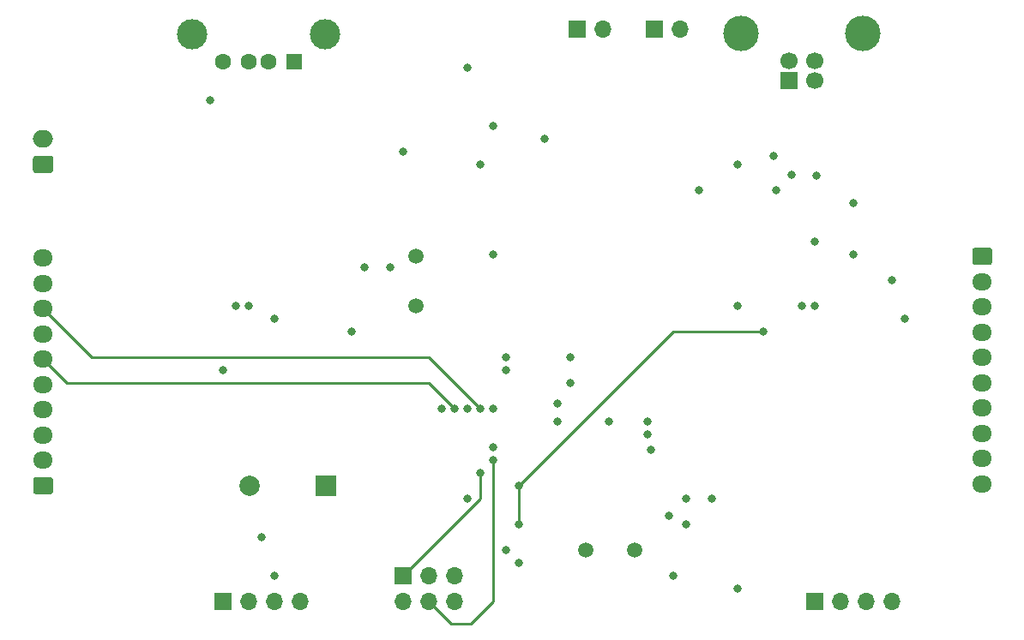
<source format=gbr>
%TF.GenerationSoftware,KiCad,Pcbnew,(5.1.6)-1*%
%TF.CreationDate,2021-07-30T14:46:14+05:30*%
%TF.ProjectId,StockPile_Final,53746f63-6b50-4696-9c65-5f46696e616c,rev?*%
%TF.SameCoordinates,Original*%
%TF.FileFunction,Copper,L2,Inr*%
%TF.FilePolarity,Positive*%
%FSLAX46Y46*%
G04 Gerber Fmt 4.6, Leading zero omitted, Abs format (unit mm)*
G04 Created by KiCad (PCBNEW (5.1.6)-1) date 2021-07-30 14:46:14*
%MOMM*%
%LPD*%
G01*
G04 APERTURE LIST*
%TA.AperFunction,ViaPad*%
%ADD10O,1.950000X1.700000*%
%TD*%
%TA.AperFunction,ViaPad*%
%ADD11C,1.500000*%
%TD*%
%TA.AperFunction,ViaPad*%
%ADD12O,1.700000X1.700000*%
%TD*%
%TA.AperFunction,ViaPad*%
%ADD13R,1.700000X1.700000*%
%TD*%
%TA.AperFunction,ViaPad*%
%ADD14C,2.000000*%
%TD*%
%TA.AperFunction,ViaPad*%
%ADD15R,2.000000X2.000000*%
%TD*%
%TA.AperFunction,ViaPad*%
%ADD16O,2.000000X1.700000*%
%TD*%
%TA.AperFunction,ViaPad*%
%ADD17C,3.500000*%
%TD*%
%TA.AperFunction,ViaPad*%
%ADD18C,1.700000*%
%TD*%
%TA.AperFunction,ViaPad*%
%ADD19C,1.600000*%
%TD*%
%TA.AperFunction,ViaPad*%
%ADD20R,1.600000X1.500000*%
%TD*%
%TA.AperFunction,ViaPad*%
%ADD21C,3.000000*%
%TD*%
%TA.AperFunction,ViaPad*%
%ADD22C,0.800000*%
%TD*%
%TA.AperFunction,Conductor*%
%ADD23C,0.250000*%
%TD*%
G04 APERTURE END LIST*
%TO.N,3.3v_uC*%
%TO.C,J3*%
%TA.AperFunction,ViaPad*%
G36*
G01*
X99785100Y-98640000D02*
X98334900Y-98640000D01*
G75*
G02*
X98085000Y-98390100I0J249900D01*
G01*
X98085000Y-97189900D01*
G75*
G02*
X98334900Y-96940000I249900J0D01*
G01*
X99785100Y-96940000D01*
G75*
G02*
X100035000Y-97189900I0J-249900D01*
G01*
X100035000Y-98390100D01*
G75*
G02*
X99785100Y-98640000I-249900J0D01*
G01*
G37*
%TD.AperFunction*%
D10*
%TO.N,5v_uC*%
X99060000Y-95290000D03*
%TO.N,SCL*%
X99060000Y-92790000D03*
%TO.N,SDA*%
X99060000Y-90290000D03*
%TO.N,SW_5*%
X99060000Y-87790000D03*
%TO.N,SW_4*%
X99060000Y-85290000D03*
%TO.N,SW_3*%
X99060000Y-82790000D03*
%TO.N,SW_2*%
X99060000Y-80290000D03*
%TO.N,SW_1*%
X99060000Y-77790000D03*
%TO.N,GND_uC*%
X99060000Y-75290000D03*
%TD*%
D11*
%TO.N,XTAL_2*%
%TO.C,Y2*%
X152600000Y-104140000D03*
%TO.N,XTAL_1*%
X157480000Y-104140000D03*
%TD*%
%TO.N,5v_uC*%
%TO.C,J10*%
%TA.AperFunction,ViaPad*%
G36*
G01*
X191045000Y-74280000D02*
X192495000Y-74280000D01*
G75*
G02*
X192745000Y-74530000I0J-250000D01*
G01*
X192745000Y-75730000D01*
G75*
G02*
X192495000Y-75980000I-250000J0D01*
G01*
X191045000Y-75980000D01*
G75*
G02*
X190795000Y-75730000I0J250000D01*
G01*
X190795000Y-74530000D01*
G75*
G02*
X191045000Y-74280000I250000J0D01*
G01*
G37*
%TD.AperFunction*%
D10*
%TO.N,GND_uC*%
X191770000Y-77630000D03*
%TO.N,SCL*%
X191770000Y-80130000D03*
%TO.N,SDA*%
X191770000Y-82630000D03*
%TO.N,A_SCL*%
X191770000Y-85130000D03*
%TO.N,A_SDA*%
X191770000Y-87630000D03*
%TO.N,5v_uC*%
X191770000Y-90130000D03*
%TO.N,Net-(J10-Pad8)*%
X191770000Y-92630000D03*
%TO.N,Net-(J10-Pad9)*%
X191770000Y-95130000D03*
%TO.N,Net-(J10-Pad10)*%
X191770000Y-97630000D03*
%TD*%
D12*
%TO.N,GND_uC*%
%TO.C,J9*%
X139700000Y-109220000D03*
%TO.N,DTR_prg*%
X139700000Y-106680000D03*
%TO.N,MOSI*%
X137160000Y-109220000D03*
%TO.N,SCK*%
X137160000Y-106680000D03*
%TO.N,5v_uC*%
X134620000Y-109220000D03*
D13*
%TO.N,MISO*%
X134620000Y-106680000D03*
%TD*%
D12*
%TO.N,GND_uC*%
%TO.C,J8*%
X182880000Y-109220000D03*
%TO.N,A_SDA*%
X180340000Y-109220000D03*
%TO.N,A_SCL*%
X177800000Y-109220000D03*
D13*
%TO.N,3.3v_uC*%
X175260000Y-109220000D03*
%TD*%
D12*
%TO.N,GND_uC*%
%TO.C,J7*%
X124460000Y-109220000D03*
%TO.N,SDA*%
X121920000Y-109220000D03*
%TO.N,SCL*%
X119380000Y-109220000D03*
D13*
%TO.N,5v_uC*%
X116840000Y-109220000D03*
%TD*%
D14*
%TO.N,Net-(BZ1-Pad2)*%
%TO.C,BZ1*%
X119400000Y-97790000D03*
D15*
%TO.N,Buzzer*%
X127000000Y-97790000D03*
%TD*%
D11*
%TO.N,XO*%
%TO.C,Y1*%
X135890000Y-75130000D03*
%TO.N,XI*%
X135890000Y-80010000D03*
%TD*%
D12*
%TO.N,Net-(J2-Pad1)*%
%TO.C,J6*%
X161925000Y-52705000D03*
D13*
%TO.N,5V*%
X159385000Y-52705000D03*
%TD*%
D12*
%TO.N,Net-(C5-Pad2)*%
%TO.C,J5*%
X154305000Y-52705000D03*
D13*
%TO.N,5V*%
X151765000Y-52705000D03*
%TD*%
%TO.N,Net-(D1-Pad1)*%
%TO.C,J4*%
%TA.AperFunction,ViaPad*%
G36*
G01*
X99810000Y-66890000D02*
X98310000Y-66890000D01*
G75*
G02*
X98060000Y-66640000I0J250000D01*
G01*
X98060000Y-65440000D01*
G75*
G02*
X98310000Y-65190000I250000J0D01*
G01*
X99810000Y-65190000D01*
G75*
G02*
X100060000Y-65440000I0J-250000D01*
G01*
X100060000Y-66640000D01*
G75*
G02*
X99810000Y-66890000I-250000J0D01*
G01*
G37*
%TD.AperFunction*%
D16*
%TO.N,GND_USB*%
X99060000Y-63540000D03*
%TD*%
D17*
%TO.N,Net-(J2-Pad5)*%
%TO.C,J2*%
X179990000Y-53075000D03*
X167950000Y-53075000D03*
D18*
%TO.N,GND_USB*%
X172720000Y-55785000D03*
%TO.N,D+*%
X175220000Y-55785000D03*
%TO.N,D-*%
X175220000Y-57785000D03*
D13*
%TO.N,Net-(J2-Pad1)*%
X172720000Y-57785000D03*
%TD*%
D19*
%TO.N,GND_USB*%
%TO.C,J1*%
X116825000Y-55880000D03*
%TO.N,USB_D+*%
X119325000Y-55880000D03*
%TO.N,USB_D-*%
X121325000Y-55880000D03*
D20*
%TO.N,5V*%
X123825000Y-55880000D03*
D21*
%TO.N,Net-(J1-Pad5)*%
X113755000Y-53170000D03*
X126895000Y-53170000D03*
%TD*%
D22*
%TO.N,9V*%
X134620000Y-64770000D03*
X148590000Y-63500000D03*
%TO.N,5V*%
X115570000Y-59690000D03*
X173990000Y-80010000D03*
X175260000Y-73660000D03*
X172974000Y-67056000D03*
X179070000Y-69850000D03*
%TO.N,3.3V*%
X140970000Y-56515000D03*
X142240000Y-66040000D03*
X133350000Y-76200000D03*
X129540000Y-82550000D03*
%TO.N,GND_USB*%
X116840000Y-86360000D03*
X143510000Y-62230000D03*
X163830000Y-68580000D03*
X171450000Y-68580000D03*
X171196000Y-65181000D03*
X130810000Y-76200000D03*
X143510000Y-74930000D03*
X121920000Y-81280000D03*
%TO.N,3.3V_out*%
X167640000Y-66040000D03*
X175387000Y-67183000D03*
%TO.N,DTR_prg*%
X146050000Y-101600000D03*
X146050000Y-97790000D03*
X170180000Y-82550000D03*
%TO.N,/USB_Programmer/RXD_led*%
X182880000Y-77470000D03*
X179070000Y-74930000D03*
%TO.N,RXD_prg*%
X144780000Y-86360000D03*
X175260000Y-80010000D03*
%TO.N,GND_uC*%
X151130000Y-87630000D03*
X158750000Y-92710000D03*
X149860000Y-89679298D03*
X149860000Y-91440000D03*
X120650000Y-102870000D03*
X121920000Y-106680000D03*
%TO.N,Net-(C20-Pad1)*%
X151130000Y-85090000D03*
%TO.N,5v_uC*%
X154940000Y-91440000D03*
X158750000Y-91440000D03*
X159052500Y-94282500D03*
X140970000Y-99060000D03*
X144780000Y-104140000D03*
%TO.N,3.3v_uC*%
X146050000Y-105410000D03*
X161290000Y-106680000D03*
X167640000Y-107950000D03*
%TO.N,SW_5*%
X138430000Y-90170000D03*
%TO.N,SW_4*%
X139700000Y-90170000D03*
%TO.N,SW_3*%
X140970000Y-90170000D03*
%TO.N,SW_2*%
X142240000Y-90170000D03*
%TO.N,SW_1*%
X143510000Y-90170000D03*
%TO.N,SDA*%
X160839991Y-100780009D03*
%TO.N,SCL*%
X162560000Y-101600000D03*
X184150000Y-81280000D03*
%TO.N,MOSI*%
X143510000Y-95250000D03*
%TO.N,SCK*%
X143510000Y-93980000D03*
%TO.N,MISO*%
X142240000Y-96520000D03*
%TO.N,RX_0*%
X144780000Y-85090000D03*
X167640000Y-80010000D03*
%TO.N,RX_1*%
X118110000Y-80010000D03*
X165100000Y-99060000D03*
%TO.N,RXD1_usb*%
X119380000Y-80010000D03*
X162560000Y-99060000D03*
%TD*%
D23*
%TO.N,DTR_prg*%
X146050000Y-97790000D02*
X146050000Y-101600000D01*
X146050000Y-97790000D02*
X161290000Y-82550000D01*
X161290000Y-82550000D02*
X170180000Y-82550000D01*
X170180000Y-82550000D02*
X170180000Y-82550000D01*
%TO.N,SW_4*%
X139700000Y-90170000D02*
X137160000Y-87630000D01*
X101400000Y-87630000D02*
X99060000Y-85290000D01*
X137160000Y-87630000D02*
X101400000Y-87630000D01*
%TO.N,SW_2*%
X142240000Y-90170000D02*
X137160000Y-85090000D01*
X103860000Y-85090000D02*
X99060000Y-80290000D01*
X137160000Y-85090000D02*
X103860000Y-85090000D01*
%TO.N,MOSI*%
X143510000Y-95250000D02*
X143510000Y-109220000D01*
X143510000Y-109220000D02*
X141320010Y-111409990D01*
X139349990Y-111409990D02*
X137160000Y-109220000D01*
X141320010Y-111409990D02*
X139349990Y-111409990D01*
%TO.N,MISO*%
X142240000Y-99060000D02*
X134620000Y-106680000D01*
X142240000Y-96520000D02*
X142240000Y-99060000D01*
%TD*%
M02*

</source>
